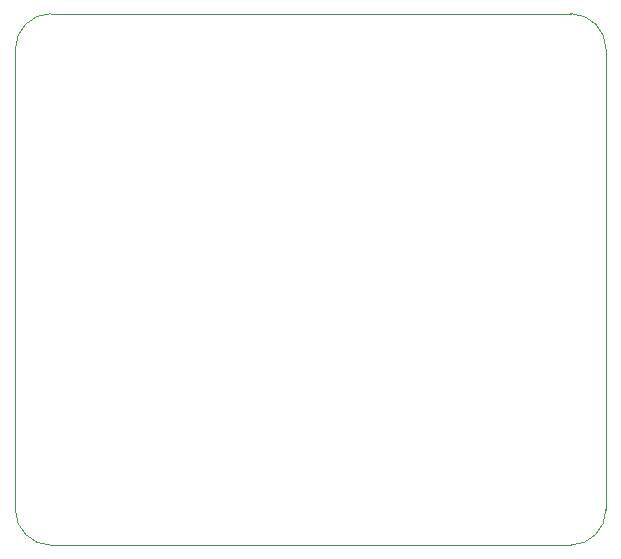
<source format=gm1>
G04 #@! TF.GenerationSoftware,KiCad,Pcbnew,(6.0.7)*
G04 #@! TF.CreationDate,2022-10-27T11:48:24+02:00*
G04 #@! TF.ProjectId,mainControl,6d61696e-436f-46e7-9472-6f6c2e6b6963,rev?*
G04 #@! TF.SameCoordinates,Original*
G04 #@! TF.FileFunction,Profile,NP*
%FSLAX46Y46*%
G04 Gerber Fmt 4.6, Leading zero omitted, Abs format (unit mm)*
G04 Created by KiCad (PCBNEW (6.0.7)) date 2022-10-27 11:48:24*
%MOMM*%
%LPD*%
G01*
G04 APERTURE LIST*
G04 #@! TA.AperFunction,Profile*
%ADD10C,0.100000*%
G04 #@! TD*
G04 APERTURE END LIST*
D10*
X117000000Y-132000000D02*
X73000000Y-132000000D01*
X73000000Y-132000000D02*
G75*
G03*
X70000000Y-135000000I0J-3000000D01*
G01*
X117000000Y-177000000D02*
G75*
G03*
X120000000Y-174000000I0J3000000D01*
G01*
X73000000Y-177000000D02*
X117000000Y-177000000D01*
X70000000Y-174000000D02*
G75*
G03*
X73000000Y-177000000I3000000J0D01*
G01*
X120000000Y-135000000D02*
G75*
G03*
X117000000Y-132000000I-3000000J0D01*
G01*
X120000000Y-135000000D02*
X120000000Y-174000000D01*
X70000000Y-135000000D02*
X70000000Y-174000000D01*
M02*

</source>
